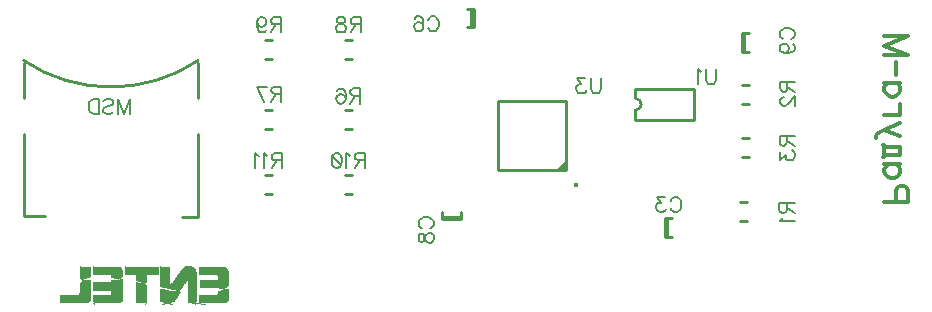
<source format=gbr>
G04 DipTrace 2.4.0.2*
%INÍèæíÿÿìàðêèðîâêà.gbr*%
%MOIN*%
%ADD10C,0.0098*%
%ADD12C,0.003*%
%ADD36O,0.0164X0.0165*%
%ADD106C,0.0077*%
%ADD109C,0.0124*%
%FSLAX44Y44*%
G04*
G70*
G90*
G75*
G01*
%LNBotSilk*%
%LPD*%
X29347Y7075D2*
D10*
Y6446D1*
X29273Y7075D2*
Y6446D1*
Y7075D2*
X29509D1*
X29273Y6446D2*
X29509D1*
X22820Y13435D2*
Y14064D1*
X22895Y13435D2*
Y14064D1*
Y13435D2*
X22659D1*
X22895Y14064D2*
X22659D1*
X21826Y7132D2*
X22455D1*
X21826Y7058D2*
X22455D1*
X21826D2*
Y7293D1*
X22455Y7058D2*
Y7293D1*
X31899Y13252D2*
Y12622D1*
X31824Y13252D2*
Y12622D1*
Y13252D2*
X32060D1*
X31824Y12622D2*
X32060D1*
X7893Y9890D2*
Y7140D1*
X8025Y7141D2*
X8616D1*
X7893Y7140D2*
X8206D1*
X13694Y7102D2*
X13182D1*
X13706Y9890D2*
Y7140D1*
X7893Y11078D2*
Y12265D1*
X13706Y11078D2*
Y12265D1*
Y12328D2*
G02X7893Y12328I-2906J4361D01*
G01*
X32020Y6997D2*
X31784D1*
X32020Y7627D2*
X31784D1*
X31824Y11502D2*
X32060D1*
X31824Y10872D2*
X32060D1*
X31824Y9752D2*
X32060D1*
X31824Y9122D2*
X32060D1*
X18832Y10060D2*
X18597D1*
X18832Y10689D2*
X18597D1*
X15949D2*
X16185D1*
X15949Y10060D2*
X16185D1*
X18832Y12372D2*
X18597D1*
X18832Y13002D2*
X18597D1*
X15949D2*
X16185D1*
X15949Y12372D2*
X16185D1*
X18832Y7872D2*
X18597D1*
X18832Y8502D2*
X18597D1*
X15949D2*
X16185D1*
X15949Y7872D2*
X16185D1*
X28282Y11386D2*
X30250D1*
X28282Y10362D2*
X30250D1*
Y11386D2*
Y10362D1*
X28282Y11071D2*
Y11386D1*
Y10677D2*
Y10362D1*
Y11071D2*
G02X28282Y10677I0J-197D01*
G01*
X25984Y8693D2*
X23701D1*
Y10976D1*
X25984D1*
Y8693D1*
D36*
X26295Y8176D3*
G36*
X25984Y8693D2*
X25669D1*
X25984Y9008D1*
Y8693D1*
G37*
X9766Y5469D2*
D12*
D3*
X10215D2*
D3*
X11262D2*
D3*
X12429D2*
D3*
X13297D2*
X13476D1*
X9766Y5439D2*
X10095D1*
X10215D2*
X11112D1*
X11262D2*
X12369D1*
X12429D2*
X12728D1*
X13244D2*
X13520D1*
X13745D2*
X14613D1*
X9766Y5409D2*
X10095D1*
X10215D2*
X11133D1*
X11262D2*
X12369D1*
X12429D2*
X12728D1*
X13200D2*
X13561D1*
X13745D2*
X14645D1*
X9766Y5379D2*
X10095D1*
X10215D2*
X11151D1*
X11262D2*
X12369D1*
X12429D2*
X12728D1*
X13167D2*
X13597D1*
X13745D2*
X14670D1*
X9766Y5349D2*
X10095D1*
X10215D2*
X11162D1*
X11262D2*
X12369D1*
X12429D2*
X12728D1*
X13141D2*
X13611D1*
X13745D2*
X14686D1*
X9766Y5319D2*
X10095D1*
X10215D2*
X11168D1*
X11262D2*
X12369D1*
X12429D2*
X12728D1*
X13118D2*
X13620D1*
X13745D2*
X14695D1*
X9766Y5289D2*
X10095D1*
X10215D2*
X11170D1*
X11262D2*
X12369D1*
X12429D2*
X12728D1*
X13098D2*
X13623D1*
X13745D2*
X14700D1*
X9766Y5260D2*
X10095D1*
X10215D2*
X11171D1*
X11262D2*
X12369D1*
X12429D2*
X12728D1*
X13077D2*
X13625D1*
X13745D2*
X14702D1*
X9766Y5230D2*
X10095D1*
X10215D2*
X11172D1*
X11262D2*
X12369D1*
X12429D2*
X12728D1*
X13057D2*
X13625D1*
X13745D2*
X14702D1*
X9766Y5200D2*
X10095D1*
X10215D2*
X11172D1*
X11262D2*
X12369D1*
X12429D2*
X12728D1*
X13037D2*
X13626D1*
X13745D2*
X14703D1*
X9766Y5170D2*
X10093D1*
X10813D2*
X11169D1*
X11621D2*
X11980D1*
X12429D2*
X12728D1*
X13017D2*
X13626D1*
X14338D2*
X14703D1*
X9766Y5140D2*
X10088D1*
X10813D2*
X11163D1*
X11621D2*
X11980D1*
X12429D2*
X12728D1*
X12997D2*
X13626D1*
X14355D2*
X14703D1*
X9770Y5110D2*
X10052D1*
X10813D2*
X11131D1*
X11621D2*
X11980D1*
X12429D2*
X12728D1*
X12976D2*
X13626D1*
X14365D2*
X14703D1*
X9778Y5080D2*
X9949D1*
X11000D2*
X11081D1*
X11621D2*
X11980D1*
X12429D2*
X12728D1*
X12953D2*
X13626D1*
X14370D2*
X14703D1*
X9813Y5050D2*
X9826D1*
X11621D2*
X11980D1*
X12429D2*
X12728D1*
X12926D2*
X13626D1*
X14372D2*
X14703D1*
X9886Y5020D2*
X10095D1*
X10813D2*
X11172D1*
X11621D2*
X11980D1*
X12429D2*
X12728D1*
X12903D2*
X13626D1*
X13775D2*
X14703D1*
X9830Y4990D2*
X10095D1*
X10813D2*
X11172D1*
X11744D2*
X11980D1*
X12429D2*
X12728D1*
X12885D2*
X13291D1*
X13356D2*
X13626D1*
X13775D2*
X14703D1*
X9789Y4960D2*
X10095D1*
X10215D2*
X11172D1*
X11621D2*
X11651D1*
X11860D2*
X11980D1*
X12429D2*
X12728D1*
X12869D2*
X13278D1*
X13356D2*
X13626D1*
X13775D2*
X14703D1*
X9777Y4930D2*
X10095D1*
X10215D2*
X11172D1*
X11621D2*
X11752D1*
X12429D2*
X12731D1*
X12851D2*
X13260D1*
X13356D2*
X13626D1*
X13775D2*
X14703D1*
X9770Y4901D2*
X10095D1*
X10215D2*
X11172D1*
X11621D2*
X11843D1*
X12429D2*
X12736D1*
X12829D2*
X13238D1*
X13356D2*
X13626D1*
X13775D2*
X14703D1*
X9768Y4871D2*
X10095D1*
X10215D2*
X11172D1*
X11621D2*
X11920D1*
X12429D2*
X12759D1*
X12782D2*
X13219D1*
X13356D2*
X13626D1*
X13775D2*
X14701D1*
X9766Y4841D2*
X10095D1*
X10215D2*
X11172D1*
X11621D2*
X11956D1*
X12429D2*
X13201D1*
X13356D2*
X13626D1*
X13775D2*
X14697D1*
X9766Y4811D2*
X10095D1*
X10215D2*
X11172D1*
X11621D2*
X11969D1*
X12429D2*
X13184D1*
X13356D2*
X13626D1*
X13775D2*
X14671D1*
X9766Y4781D2*
X10095D1*
X10215D2*
X11172D1*
X11621D2*
X11975D1*
X12571D2*
X13164D1*
X13356D2*
X13626D1*
X13775D2*
X14604D1*
X9766Y4751D2*
X10095D1*
X10215D2*
X11172D1*
X11621D2*
X11978D1*
X12721D2*
X13140D1*
X13356D2*
X13626D1*
X14458D2*
X14523D1*
X9766Y4721D2*
X10095D1*
X10215D2*
X11172D1*
X11621D2*
X11979D1*
X12429D2*
X12519D1*
X12885D2*
X13109D1*
X13356D2*
X13626D1*
X14673D2*
X14703D1*
X9766Y4691D2*
X10095D1*
X10215D2*
X11172D1*
X11621D2*
X11980D1*
X12429D2*
X12638D1*
X13057D2*
X13070D1*
X13356D2*
X13626D1*
X14523D2*
X14703D1*
X9766Y4661D2*
X10095D1*
X10813D2*
X11172D1*
X11621D2*
X11980D1*
X12429D2*
X13027D1*
X13626D2*
D3*
X14374D2*
X14703D1*
X9765Y4631D2*
X10095D1*
X10813D2*
X11172D1*
X11621D2*
X11980D1*
X12429D2*
X13117D1*
X13356D2*
X13386D1*
X13626D2*
D3*
X14372D2*
X14703D1*
X9760Y4601D2*
X10095D1*
X10813D2*
X11172D1*
X11621D2*
X11980D1*
X12429D2*
X13088D1*
X13356D2*
X13626D1*
X14367D2*
X14703D1*
X9748Y4571D2*
X10095D1*
X10813D2*
X11172D1*
X11621D2*
X11980D1*
X12429D2*
X13063D1*
X13356D2*
X13626D1*
X14355D2*
X14703D1*
X9728Y4541D2*
X10095D1*
X10813D2*
X11172D1*
X11621D2*
X11980D1*
X12429D2*
X13044D1*
X13356D2*
X13626D1*
X14336D2*
X14703D1*
X9108Y4512D2*
X10095D1*
X10215D2*
X11172D1*
X11621D2*
X11980D1*
X12429D2*
X13029D1*
X13356D2*
X13626D1*
X13745D2*
X14703D1*
X9108Y4482D2*
X10095D1*
X10215D2*
X11172D1*
X11621D2*
X11980D1*
X12429D2*
X13012D1*
X13356D2*
X13626D1*
X13745D2*
X14703D1*
X9108Y4452D2*
X10095D1*
X10215D2*
X11172D1*
X11621D2*
X11980D1*
X12429D2*
X12990D1*
X13356D2*
X13626D1*
X13745D2*
X14703D1*
X9108Y4422D2*
X10095D1*
X10215D2*
X11172D1*
X11621D2*
X11980D1*
X12429D2*
X12966D1*
X13356D2*
X13626D1*
X13745D2*
X14702D1*
X9108Y4392D2*
X10094D1*
X10215D2*
X11171D1*
X11621D2*
X11980D1*
X12430D2*
X12941D1*
X13356D2*
X13626D1*
X13745D2*
X14698D1*
X9108Y4362D2*
X10089D1*
X10215D2*
X11166D1*
X11621D2*
X11980D1*
X12433D2*
X12918D1*
X13356D2*
X13626D1*
X13745D2*
X14689D1*
X9108Y4332D2*
X10077D1*
X10215D2*
X11154D1*
X11621D2*
X11980D1*
X12449D2*
X12890D1*
X13356D2*
X13626D1*
X13745D2*
X14677D1*
X9108Y4302D2*
X10058D1*
X10216D2*
X11135D1*
X11621D2*
X11979D1*
X12493D2*
X12845D1*
X13356D2*
X13624D1*
X13745D2*
X14661D1*
X9108Y4272D2*
X10035D1*
X10221D2*
X11112D1*
X11621D2*
X11974D1*
X12571D2*
X12766D1*
X13356D2*
X13620D1*
X13745D2*
X14643D1*
X10231Y4242D2*
X10215D1*
X11980D2*
X11964D1*
X12696D2*
X12641D1*
X13640D2*
X13610D1*
X9766Y5469D2*
Y5439D1*
Y5409D1*
Y5379D1*
Y5349D1*
Y5319D1*
Y5289D1*
Y5260D1*
Y5230D1*
Y5200D1*
Y5170D1*
Y5140D1*
X9770Y5110D1*
X9778Y5080D1*
X9813Y5050D1*
X9856Y5020D1*
X10215Y5469D2*
Y5439D1*
Y5409D1*
Y5379D1*
Y5349D1*
Y5319D1*
Y5289D1*
Y5260D1*
Y5230D1*
Y5200D1*
X11262Y5469D2*
Y5439D1*
Y5409D1*
Y5379D1*
Y5349D1*
Y5319D1*
Y5289D1*
Y5260D1*
Y5230D1*
Y5200D1*
X12429Y5469D2*
Y5439D1*
Y5409D1*
Y5379D1*
Y5349D1*
Y5319D1*
Y5289D1*
Y5260D1*
Y5230D1*
Y5200D1*
Y5170D1*
Y5140D1*
Y5110D1*
Y5080D1*
Y5050D1*
Y5020D1*
Y4990D1*
Y4960D1*
Y4930D1*
Y4901D1*
Y4871D1*
Y4841D1*
Y4811D1*
X12571Y4781D1*
X12721Y4751D1*
X12885Y4721D1*
X13057Y4691D1*
X13297Y5469D2*
X13244Y5439D1*
X13200Y5409D1*
X13167Y5379D1*
X13141Y5349D1*
X13118Y5319D1*
X13098Y5289D1*
X13077Y5260D1*
X13057Y5230D1*
X13037Y5200D1*
X13017Y5170D1*
X12997Y5140D1*
X12976Y5110D1*
X12953Y5080D1*
X12926Y5050D1*
X12903Y5020D1*
X12885Y4990D1*
X12869Y4960D1*
X12851Y4930D1*
X12829Y4901D1*
X12782Y4871D1*
X12728Y4841D1*
X13476Y5469D2*
X13520Y5439D1*
X13561Y5409D1*
X13597Y5379D1*
X13611Y5349D1*
X13620Y5319D1*
X13623Y5289D1*
X13625Y5260D1*
Y5230D1*
X13626Y5200D1*
Y5170D1*
Y5140D1*
Y5110D1*
Y5080D1*
Y5050D1*
Y5020D1*
Y4990D1*
Y4960D1*
Y4930D1*
Y4901D1*
Y4871D1*
Y4841D1*
Y4811D1*
Y4781D1*
Y4751D1*
Y4721D1*
Y4691D1*
Y4661D1*
Y4631D1*
Y4601D1*
Y4571D1*
Y4541D1*
Y4512D1*
Y4482D1*
Y4452D1*
Y4422D1*
Y4392D1*
Y4362D1*
Y4332D1*
X13624Y4302D1*
X13620Y4272D1*
X13610Y4242D1*
X13596Y4212D1*
X10095Y5439D2*
Y5409D1*
Y5379D1*
Y5349D1*
Y5319D1*
Y5289D1*
Y5260D1*
Y5230D1*
Y5200D1*
X10093Y5170D1*
X10088Y5140D1*
X10052Y5110D1*
X9949Y5080D1*
X9826Y5050D1*
X11112Y5439D2*
X11133Y5409D1*
X11151Y5379D1*
X11162Y5349D1*
X11168Y5319D1*
X11170Y5289D1*
X11171Y5260D1*
X11172Y5230D1*
Y5200D1*
X11169Y5170D1*
X11163Y5140D1*
X11131Y5110D1*
X11081Y5080D1*
X11023Y5050D1*
X12369Y5439D2*
Y5409D1*
Y5379D1*
Y5349D1*
Y5319D1*
Y5289D1*
Y5260D1*
Y5230D1*
Y5200D1*
X12728Y5439D2*
Y5409D1*
Y5379D1*
Y5349D1*
Y5319D1*
Y5289D1*
Y5260D1*
Y5230D1*
Y5200D1*
Y5170D1*
Y5140D1*
Y5110D1*
Y5080D1*
Y5050D1*
Y5020D1*
Y4990D1*
Y4960D1*
X12731Y4930D1*
X12736Y4901D1*
X12759Y4871D1*
X12788Y4841D1*
X13745Y5439D2*
Y5409D1*
Y5379D1*
Y5349D1*
Y5319D1*
Y5289D1*
Y5260D1*
Y5230D1*
Y5200D1*
X14613Y5439D2*
X14645Y5409D1*
X14670Y5379D1*
X14686Y5349D1*
X14695Y5319D1*
X14700Y5289D1*
X14702Y5260D1*
Y5230D1*
X14703Y5200D1*
Y5170D1*
Y5140D1*
Y5110D1*
Y5080D1*
Y5050D1*
Y5020D1*
Y4990D1*
Y4960D1*
Y4930D1*
Y4901D1*
X14701Y4871D1*
X14697Y4841D1*
X14671Y4811D1*
X14604Y4781D1*
X14523Y4751D1*
X10813Y5200D2*
Y5170D1*
Y5140D1*
Y5110D1*
X11000Y5080D1*
X11172Y5050D1*
X11621Y5200D2*
Y5170D1*
Y5140D1*
Y5110D1*
Y5080D1*
Y5050D1*
Y5020D1*
X11744Y4990D1*
X11860Y4960D1*
X11980Y5200D2*
Y5170D1*
Y5140D1*
Y5110D1*
Y5080D1*
Y5050D1*
Y5020D1*
Y4990D1*
Y4960D1*
X11830Y4930D1*
X14314Y5200D2*
X14338Y5170D1*
X14355Y5140D1*
X14365Y5110D1*
X14370Y5080D1*
X14372Y5050D1*
X14374Y5020D1*
X9886D2*
X9830Y4990D1*
X9789Y4960D1*
X9777Y4930D1*
X9770Y4901D1*
X9768Y4871D1*
X9766Y4841D1*
Y4811D1*
Y4781D1*
Y4751D1*
Y4721D1*
Y4691D1*
Y4661D1*
X9765Y4631D1*
X9760Y4601D1*
X9748Y4571D1*
X9728Y4541D1*
X9706Y4512D1*
X10095Y5020D2*
Y4990D1*
Y4960D1*
Y4930D1*
Y4901D1*
Y4871D1*
Y4841D1*
Y4811D1*
Y4781D1*
Y4751D1*
Y4721D1*
Y4691D1*
Y4661D1*
Y4631D1*
Y4601D1*
Y4571D1*
Y4541D1*
Y4512D1*
Y4482D1*
Y4452D1*
Y4422D1*
X10094Y4392D1*
X10089Y4362D1*
X10077Y4332D1*
X10058Y4302D1*
X10035Y4272D1*
X10813Y5020D2*
Y4990D1*
Y4960D1*
X11172Y5020D2*
Y4990D1*
Y4960D1*
Y4930D1*
Y4901D1*
Y4871D1*
Y4841D1*
Y4811D1*
Y4781D1*
Y4751D1*
Y4721D1*
Y4691D1*
Y4661D1*
Y4631D1*
Y4601D1*
Y4571D1*
Y4541D1*
Y4512D1*
Y4482D1*
Y4452D1*
Y4422D1*
X11171Y4392D1*
X11166Y4362D1*
X11154Y4332D1*
X11135Y4302D1*
X11112Y4272D1*
X13775Y5020D2*
Y4990D1*
Y4960D1*
Y4930D1*
Y4901D1*
Y4871D1*
Y4841D1*
Y4811D1*
Y4781D1*
X13297Y5020D2*
X13291Y4990D1*
X13278Y4960D1*
X13260Y4930D1*
X13238Y4901D1*
X13219Y4871D1*
X13201Y4841D1*
X13184Y4811D1*
X13164Y4781D1*
X13140Y4751D1*
X13109Y4721D1*
X13070Y4691D1*
X13027Y4661D1*
X13117Y4631D1*
X13088Y4601D1*
X13063Y4571D1*
X13044Y4541D1*
X13029Y4512D1*
X13012Y4482D1*
X12990Y4452D1*
X12966Y4422D1*
X12941Y4392D1*
X12918Y4362D1*
X12890Y4332D1*
X12845Y4302D1*
X12766Y4272D1*
X12641Y4242D1*
X12489Y4212D1*
X13356Y5020D2*
Y4990D1*
Y4960D1*
Y4930D1*
Y4901D1*
Y4871D1*
Y4841D1*
Y4811D1*
Y4781D1*
Y4751D1*
Y4721D1*
Y4691D1*
Y4661D1*
X13626D1*
Y4631D1*
X13416Y4601D1*
X10215Y4960D2*
Y4930D1*
Y4901D1*
Y4871D1*
Y4841D1*
Y4811D1*
Y4781D1*
Y4751D1*
Y4721D1*
Y4691D1*
X11621Y4960D2*
Y4930D1*
Y4901D1*
Y4871D1*
Y4841D1*
Y4811D1*
Y4781D1*
Y4751D1*
Y4721D1*
Y4691D1*
Y4661D1*
Y4631D1*
Y4601D1*
Y4571D1*
Y4541D1*
Y4512D1*
Y4482D1*
Y4452D1*
Y4422D1*
Y4392D1*
Y4362D1*
Y4332D1*
Y4302D1*
Y4272D1*
X11651Y4960D2*
X11752Y4930D1*
X11843Y4901D1*
X11920Y4871D1*
X11956Y4841D1*
X11969Y4811D1*
X11975Y4781D1*
X11978Y4751D1*
X11979Y4721D1*
X11980Y4691D1*
Y4661D1*
Y4631D1*
Y4601D1*
Y4571D1*
Y4541D1*
Y4512D1*
Y4482D1*
Y4452D1*
Y4422D1*
Y4392D1*
Y4362D1*
Y4332D1*
X11979Y4302D1*
X11974Y4272D1*
X11964Y4242D1*
X11950Y4212D1*
X14344Y4781D2*
X14458Y4751D1*
X14583Y4721D1*
X12429D2*
Y4691D1*
Y4661D1*
Y4631D1*
Y4601D1*
Y4571D1*
Y4541D1*
Y4512D1*
Y4482D1*
Y4452D1*
Y4422D1*
X12430Y4392D1*
X12433Y4362D1*
X12449Y4332D1*
X12493Y4302D1*
X12571Y4272D1*
X12696Y4242D1*
X12848Y4212D1*
X12519Y4721D2*
X12638Y4691D1*
X12758Y4661D1*
X14673Y4721D2*
X14523Y4691D1*
X14374Y4661D1*
X14372Y4631D1*
X14367Y4601D1*
X14355Y4571D1*
X14336Y4541D1*
X14314Y4512D1*
X14703Y4721D2*
Y4691D1*
Y4661D1*
Y4631D1*
Y4601D1*
Y4571D1*
Y4541D1*
Y4512D1*
Y4482D1*
Y4452D1*
X14702Y4422D1*
X14698Y4392D1*
X14689Y4362D1*
X14677Y4332D1*
X14661Y4302D1*
X14643Y4272D1*
X10813Y4691D2*
Y4661D1*
Y4631D1*
Y4601D1*
Y4571D1*
Y4541D1*
Y4512D1*
X13356Y4631D2*
Y4601D1*
Y4571D1*
Y4541D1*
Y4512D1*
Y4482D1*
Y4452D1*
Y4422D1*
Y4392D1*
Y4362D1*
Y4332D1*
Y4302D1*
Y4272D1*
X13640Y4242D1*
X13925Y4212D1*
X13386Y4631D2*
X13416Y4601D1*
X9108Y4512D2*
Y4482D1*
Y4452D1*
Y4422D1*
Y4392D1*
Y4362D1*
Y4332D1*
Y4302D1*
Y4272D1*
X10215Y4512D2*
Y4482D1*
Y4452D1*
Y4422D1*
Y4392D1*
Y4362D1*
Y4332D1*
X10216Y4302D1*
X10221Y4272D1*
X10231Y4242D1*
X10245Y4212D1*
X13745Y4512D2*
Y4482D1*
Y4452D1*
Y4422D1*
Y4392D1*
Y4362D1*
Y4332D1*
Y4302D1*
Y4272D1*
X29456Y7665D2*
D106*
X29480Y7713D1*
X29528Y7761D1*
X29575Y7785D1*
X29671D1*
X29719Y7761D1*
X29767Y7713D1*
X29791Y7665D1*
X29815Y7594D1*
Y7474D1*
X29791Y7402D1*
X29767Y7354D1*
X29719Y7307D1*
X29671Y7282D1*
X29575D1*
X29528Y7307D1*
X29480Y7354D1*
X29456Y7402D1*
X29254Y7784D2*
X28991D1*
X29134Y7593D1*
X29062D1*
X29015Y7569D1*
X28991Y7546D1*
X28967Y7474D1*
Y7426D1*
X28991Y7354D1*
X29039Y7306D1*
X29110Y7282D1*
X29182D1*
X29254Y7306D1*
X29277Y7331D1*
X29302Y7378D1*
X21370Y13684D2*
X21393Y13732D1*
X21441Y13780D1*
X21489Y13804D1*
X21585D1*
X21633Y13780D1*
X21680Y13732D1*
X21705Y13684D1*
X21728Y13612D1*
Y13492D1*
X21705Y13421D1*
X21680Y13373D1*
X21633Y13326D1*
X21585Y13301D1*
X21489D1*
X21441Y13326D1*
X21393Y13373D1*
X21370Y13421D1*
X20928Y13732D2*
X20952Y13779D1*
X21024Y13803D1*
X21072D1*
X21143Y13779D1*
X21191Y13707D1*
X21215Y13588D1*
Y13469D1*
X21191Y13373D1*
X21143Y13325D1*
X21072Y13301D1*
X21048D1*
X20976Y13325D1*
X20928Y13373D1*
X20905Y13445D1*
Y13469D1*
X20928Y13540D1*
X20976Y13588D1*
X21048Y13612D1*
X21072D1*
X21143Y13588D1*
X21191Y13540D1*
X21215Y13469D1*
X21174Y6741D2*
X21126Y6764D1*
X21078Y6813D1*
X21054Y6860D1*
Y6956D1*
X21078Y7004D1*
X21126Y7051D1*
X21174Y7076D1*
X21245Y7099D1*
X21365D1*
X21437Y7076D1*
X21485Y7051D1*
X21532Y7004D1*
X21557Y6956D1*
Y6860D1*
X21532Y6813D1*
X21485Y6764D1*
X21437Y6741D1*
X21055Y6467D2*
X21079Y6538D1*
X21126Y6563D1*
X21174D1*
X21222Y6538D1*
X21246Y6491D1*
X21270Y6395D1*
X21294Y6323D1*
X21342Y6276D1*
X21389Y6252D1*
X21461D1*
X21509Y6276D1*
X21533Y6299D1*
X21557Y6371D1*
Y6467D1*
X21533Y6538D1*
X21509Y6563D1*
X21461Y6586D1*
X21389D1*
X21342Y6563D1*
X21294Y6514D1*
X21270Y6443D1*
X21246Y6348D1*
X21222Y6299D1*
X21174Y6276D1*
X21126D1*
X21079Y6299D1*
X21055Y6371D1*
Y6467D1*
X33214Y13046D2*
X33167Y13070D1*
X33119Y13118D1*
X33095Y13166D1*
Y13261D1*
X33119Y13309D1*
X33167Y13357D1*
X33214Y13381D1*
X33286Y13405D1*
X33406D1*
X33477Y13381D1*
X33525Y13357D1*
X33573Y13309D1*
X33597Y13261D1*
Y13166D1*
X33573Y13118D1*
X33525Y13070D1*
X33477Y13046D1*
X33262Y12581D2*
X33334Y12605D1*
X33382Y12653D1*
X33406Y12724D1*
Y12748D1*
X33382Y12820D1*
X33334Y12868D1*
X33262Y12892D1*
X33238D1*
X33167Y12868D1*
X33119Y12820D1*
X33095Y12748D1*
Y12724D1*
X33119Y12653D1*
X33167Y12605D1*
X33262Y12581D1*
X33382D1*
X33502Y12605D1*
X33573Y12653D1*
X33597Y12724D1*
Y12772D1*
X33573Y12844D1*
X33525Y12868D1*
X11039Y10552D2*
Y11054D1*
X11230Y10552D1*
X11421Y11054D1*
Y10552D1*
X10549Y10983D2*
X10597Y11031D1*
X10669Y11054D1*
X10764D1*
X10836Y11031D1*
X10884Y10983D1*
Y10935D1*
X10860Y10887D1*
X10836Y10863D1*
X10789Y10839D1*
X10645Y10791D1*
X10597Y10768D1*
X10573Y10743D1*
X10549Y10696D1*
Y10624D1*
X10597Y10576D1*
X10669Y10552D1*
X10764D1*
X10836Y10576D1*
X10884Y10624D1*
X10395Y11054D2*
Y10552D1*
X10227D1*
X10156Y10576D1*
X10107Y10624D1*
X10084Y10672D1*
X10060Y10743D1*
Y10863D1*
X10084Y10935D1*
X10107Y10983D1*
X10156Y11031D1*
X10227Y11054D1*
X10395D1*
X33326Y7578D2*
Y7363D1*
X33301Y7291D1*
X33278Y7267D1*
X33230Y7243D1*
X33182D1*
X33135Y7267D1*
X33110Y7291D1*
X33086Y7363D1*
Y7578D1*
X33589D1*
X33326Y7411D2*
X33589Y7243D1*
X33183Y7089D2*
X33158Y7041D1*
X33087Y6969D1*
X33589D1*
X33350Y11624D2*
Y11409D1*
X33325Y11337D1*
X33302Y11312D1*
X33254Y11289D1*
X33206D1*
X33159Y11312D1*
X33134Y11337D1*
X33110Y11409D1*
Y11624D1*
X33613D1*
X33350Y11456D2*
X33613Y11289D1*
X33230Y11110D2*
X33207D1*
X33159Y11086D1*
X33135Y11062D1*
X33111Y11014D1*
Y10919D1*
X33135Y10871D1*
X33159Y10847D1*
X33207Y10823D1*
X33254D1*
X33302Y10847D1*
X33374Y10895D1*
X33613Y11134D1*
Y10799D1*
X33334Y9826D2*
Y9611D1*
X33310Y9539D1*
X33286Y9515D1*
X33238Y9491D1*
X33190D1*
X33143Y9515D1*
X33119Y9539D1*
X33095Y9611D1*
Y9826D1*
X33597D1*
X33334Y9659D2*
X33597Y9491D1*
X33095Y9289D2*
Y9026D1*
X33287Y9170D1*
Y9098D1*
X33310Y9050D1*
X33334Y9026D1*
X33406Y9002D1*
X33453D1*
X33525Y9026D1*
X33573Y9074D1*
X33597Y9146D1*
Y9218D1*
X33573Y9289D1*
X33549Y9313D1*
X33502Y9337D1*
X19115Y11159D2*
X18900D1*
X18828Y11184D1*
X18803Y11207D1*
X18780Y11255D1*
Y11303D1*
X18803Y11350D1*
X18828Y11375D1*
X18900Y11399D1*
X19115D1*
Y10896D1*
X18947Y11159D2*
X18780Y10896D1*
X18338Y11327D2*
X18362Y11374D1*
X18434Y11398D1*
X18482D1*
X18553Y11374D1*
X18601Y11302D1*
X18625Y11183D1*
Y11064D1*
X18601Y10968D1*
X18553Y10920D1*
X18482Y10896D1*
X18458D1*
X18386Y10920D1*
X18338Y10968D1*
X18315Y11040D1*
Y11064D1*
X18338Y11135D1*
X18386Y11183D1*
X18458Y11207D1*
X18482D1*
X18553Y11183D1*
X18601Y11135D1*
X18625Y11064D1*
X16479Y11222D2*
X16264D1*
X16192Y11246D1*
X16168Y11270D1*
X16144Y11317D1*
Y11365D1*
X16168Y11413D1*
X16192Y11437D1*
X16264Y11461D1*
X16479D1*
Y10959D1*
X16312Y11222D2*
X16144Y10959D1*
X15894D2*
X15655Y11461D1*
X15990D1*
X19126Y13534D2*
X18911D1*
X18840Y13559D1*
X18815Y13582D1*
X18791Y13630D1*
Y13678D1*
X18815Y13725D1*
X18840Y13750D1*
X18911Y13774D1*
X19126D1*
Y13271D1*
X18959Y13534D2*
X18791Y13271D1*
X18518Y13773D2*
X18589Y13749D1*
X18613Y13702D1*
Y13654D1*
X18589Y13606D1*
X18541Y13582D1*
X18446Y13558D1*
X18374Y13534D1*
X18326Y13486D1*
X18303Y13439D1*
Y13367D1*
X18326Y13319D1*
X18350Y13295D1*
X18422Y13271D1*
X18518D1*
X18589Y13295D1*
X18613Y13319D1*
X18637Y13367D1*
Y13439D1*
X18613Y13486D1*
X18565Y13534D1*
X18494Y13558D1*
X18398Y13582D1*
X18350Y13606D1*
X18326Y13654D1*
Y13702D1*
X18350Y13749D1*
X18422Y13773D1*
X18518D1*
X16467Y13534D2*
X16252D1*
X16180Y13559D1*
X16156Y13582D1*
X16132Y13630D1*
Y13678D1*
X16156Y13725D1*
X16180Y13750D1*
X16252Y13774D1*
X16467D1*
Y13271D1*
X16300Y13534D2*
X16132Y13271D1*
X15667Y13606D2*
X15691Y13534D1*
X15739Y13486D1*
X15810Y13462D1*
X15834D1*
X15906Y13486D1*
X15954Y13534D1*
X15978Y13606D1*
Y13630D1*
X15954Y13702D1*
X15906Y13749D1*
X15834Y13773D1*
X15810D1*
X15739Y13749D1*
X15691Y13702D1*
X15667Y13606D1*
Y13486D1*
X15691Y13367D1*
X15739Y13295D1*
X15810Y13271D1*
X15858D1*
X15930Y13295D1*
X15954Y13343D1*
X19260Y9016D2*
X19045D1*
X18973Y9040D1*
X18949Y9064D1*
X18925Y9111D1*
Y9160D1*
X18949Y9207D1*
X18973Y9231D1*
X19045Y9255D1*
X19260D1*
Y8753D1*
X19093Y9016D2*
X18925Y8753D1*
X18771Y9159D2*
X18723Y9183D1*
X18651Y9255D1*
Y8753D1*
X18353Y9255D2*
X18425Y9231D1*
X18473Y9159D1*
X18496Y9040D1*
Y8968D1*
X18473Y8848D1*
X18425Y8777D1*
X18353Y8753D1*
X18305D1*
X18233Y8777D1*
X18186Y8848D1*
X18162Y8968D1*
Y9040D1*
X18186Y9159D1*
X18233Y9231D1*
X18305Y9255D1*
X18353D1*
X18186Y9159D2*
X18473Y8848D1*
X16497Y9007D2*
X16282D1*
X16210Y9031D1*
X16186Y9055D1*
X16162Y9103D1*
Y9151D1*
X16186Y9198D1*
X16210Y9223D1*
X16282Y9246D1*
X16497D1*
Y8744D1*
X16329Y9007D2*
X16162Y8744D1*
X16008Y9150D2*
X15960Y9174D1*
X15888Y9246D1*
Y8744D1*
X15733Y9150D2*
X15685Y9174D1*
X15613Y9246D1*
Y8744D1*
X30967Y12038D2*
Y11679D1*
X30943Y11607D1*
X30895Y11559D1*
X30824Y11535D1*
X30776D1*
X30704Y11559D1*
X30656Y11607D1*
X30632Y11679D1*
Y12038D1*
X30478Y11941D2*
X30430Y11966D1*
X30358Y12037D1*
Y11535D1*
X27136Y11743D2*
Y11384D1*
X27112Y11312D1*
X27064Y11265D1*
X26992Y11241D1*
X26945D1*
X26873Y11265D1*
X26825Y11312D1*
X26801Y11384D1*
Y11743D1*
X26598Y11742D2*
X26336D1*
X26479Y11551D1*
X26407D1*
X26360Y11527D1*
X26336Y11504D1*
X26311Y11432D1*
Y11384D1*
X26336Y11312D1*
X26383Y11264D1*
X26455Y11241D1*
X26527D1*
X26598Y11264D1*
X26622Y11289D1*
X26646Y11336D1*
X36966Y7625D2*
D109*
Y7970D1*
X37004Y8084D1*
X37042Y8123D1*
X37119Y8161D1*
X37233D1*
X37310Y8123D1*
X37348Y8084D1*
X37386Y7970D1*
Y7625D1*
X36583D1*
X37119Y8867D2*
X36583D1*
X37004D2*
X37081Y8791D1*
X37119Y8714D1*
Y8600D1*
X37081Y8523D1*
X37004Y8447D1*
X36889Y8408D1*
X36813D1*
X36698Y8447D1*
X36622Y8523D1*
X36583Y8600D1*
Y8714D1*
X36622Y8791D1*
X36698Y8867D1*
X37119Y9173D2*
X36583D1*
X37119Y9456D2*
X36583D1*
X37119Y9173D2*
Y9456D1*
X36583Y9114D2*
Y9516D1*
Y9114D2*
X36530D1*
X36583Y9516D2*
X36530D1*
X37119Y9802D2*
X36583Y10031D1*
X36430Y9954D1*
X36353Y9878D1*
X36315Y9802D1*
Y9763D1*
X37119Y10260D2*
X36583Y10031D1*
X37119Y10881D2*
Y10507D1*
X36583D1*
X37119Y11587D2*
X36583D1*
X37004D2*
X37081Y11511D1*
X37119Y11434D1*
Y11320D1*
X37081Y11243D1*
X37004Y11167D1*
X36889Y11128D1*
X36813D1*
X36698Y11167D1*
X36622Y11243D1*
X36583Y11320D1*
Y11434D1*
X36622Y11511D1*
X36698Y11587D1*
X36984Y11834D2*
Y12276D1*
X36583Y13135D2*
X37386D1*
X36583Y12829D1*
X37386Y12523D1*
X36583D1*
M02*

</source>
